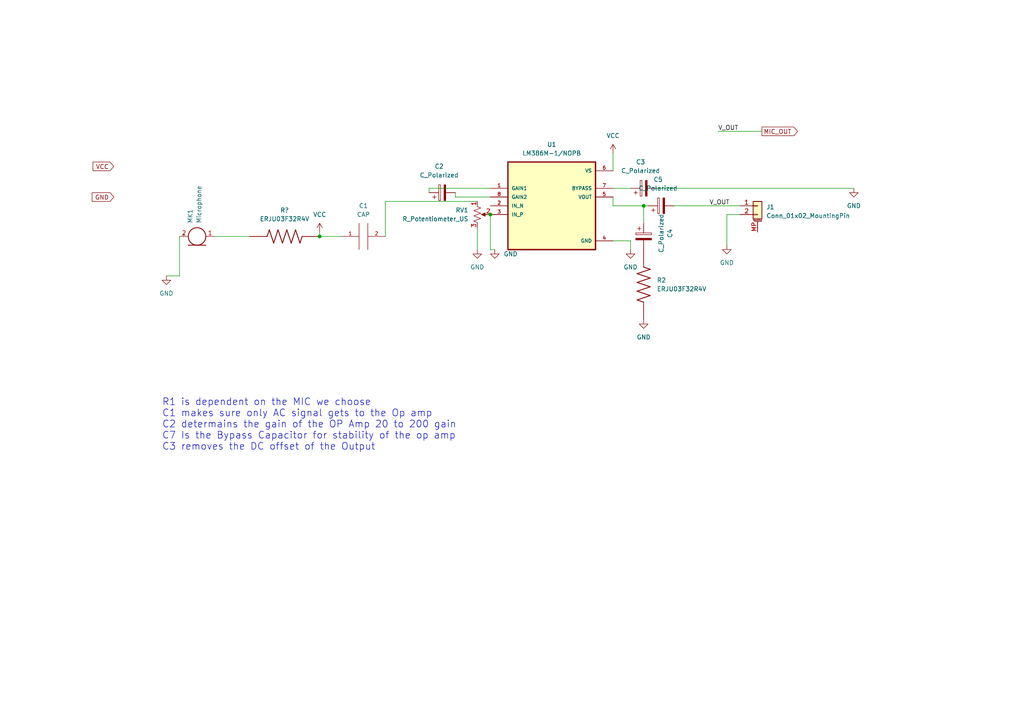
<source format=kicad_sch>
(kicad_sch (version 20211123) (generator eeschema)

  (uuid 1977cbdb-44a2-4aec-8b02-5feda0793b7d)

  (paper "A4")

  (lib_symbols
    (symbol "Connector_Generic_MountingPin:Conn_01x02_MountingPin" (pin_names (offset 1.016) hide) (in_bom yes) (on_board yes)
      (property "Reference" "J" (id 0) (at 0 2.54 0)
        (effects (font (size 1.27 1.27)))
      )
      (property "Value" "Conn_01x02_MountingPin" (id 1) (at 1.27 -5.08 0)
        (effects (font (size 1.27 1.27)) (justify left))
      )
      (property "Footprint" "" (id 2) (at 0 0 0)
        (effects (font (size 1.27 1.27)) hide)
      )
      (property "Datasheet" "~" (id 3) (at 0 0 0)
        (effects (font (size 1.27 1.27)) hide)
      )
      (property "ki_keywords" "connector" (id 4) (at 0 0 0)
        (effects (font (size 1.27 1.27)) hide)
      )
      (property "ki_description" "Generic connectable mounting pin connector, single row, 01x02, script generated (kicad-library-utils/schlib/autogen/connector/)" (id 5) (at 0 0 0)
        (effects (font (size 1.27 1.27)) hide)
      )
      (property "ki_fp_filters" "Connector*:*_1x??-1MP*" (id 6) (at 0 0 0)
        (effects (font (size 1.27 1.27)) hide)
      )
      (symbol "Conn_01x02_MountingPin_1_1"
        (rectangle (start -1.27 -2.413) (end 0 -2.667)
          (stroke (width 0.1524) (type default) (color 0 0 0 0))
          (fill (type none))
        )
        (rectangle (start -1.27 0.127) (end 0 -0.127)
          (stroke (width 0.1524) (type default) (color 0 0 0 0))
          (fill (type none))
        )
        (rectangle (start -1.27 1.27) (end 1.27 -3.81)
          (stroke (width 0.254) (type default) (color 0 0 0 0))
          (fill (type background))
        )
        (polyline
          (pts
            (xy -1.016 -4.572)
            (xy 1.016 -4.572)
          )
          (stroke (width 0.1524) (type default) (color 0 0 0 0))
          (fill (type none))
        )
        (text "Mounting" (at 0 -4.191 0)
          (effects (font (size 0.381 0.381)))
        )
        (pin passive line (at -5.08 0 0) (length 3.81)
          (name "Pin_1" (effects (font (size 1.27 1.27))))
          (number "1" (effects (font (size 1.27 1.27))))
        )
        (pin passive line (at -5.08 -2.54 0) (length 3.81)
          (name "Pin_2" (effects (font (size 1.27 1.27))))
          (number "2" (effects (font (size 1.27 1.27))))
        )
        (pin passive line (at 0 -7.62 90) (length 3.048)
          (name "MountPin" (effects (font (size 1.27 1.27))))
          (number "MP" (effects (font (size 1.27 1.27))))
        )
      )
    )
    (symbol "Device:C_Polarized" (pin_numbers hide) (pin_names (offset 0.254)) (in_bom yes) (on_board yes)
      (property "Reference" "C" (id 0) (at 0.635 2.54 0)
        (effects (font (size 1.27 1.27)) (justify left))
      )
      (property "Value" "C_Polarized" (id 1) (at 0.635 -2.54 0)
        (effects (font (size 1.27 1.27)) (justify left))
      )
      (property "Footprint" "" (id 2) (at 0.9652 -3.81 0)
        (effects (font (size 1.27 1.27)) hide)
      )
      (property "Datasheet" "~" (id 3) (at 0 0 0)
        (effects (font (size 1.27 1.27)) hide)
      )
      (property "ki_keywords" "cap capacitor" (id 4) (at 0 0 0)
        (effects (font (size 1.27 1.27)) hide)
      )
      (property "ki_description" "Polarized capacitor" (id 5) (at 0 0 0)
        (effects (font (size 1.27 1.27)) hide)
      )
      (property "ki_fp_filters" "CP_*" (id 6) (at 0 0 0)
        (effects (font (size 1.27 1.27)) hide)
      )
      (symbol "C_Polarized_0_1"
        (rectangle (start -2.286 0.508) (end 2.286 1.016)
          (stroke (width 0) (type default) (color 0 0 0 0))
          (fill (type none))
        )
        (polyline
          (pts
            (xy -1.778 2.286)
            (xy -0.762 2.286)
          )
          (stroke (width 0) (type default) (color 0 0 0 0))
          (fill (type none))
        )
        (polyline
          (pts
            (xy -1.27 2.794)
            (xy -1.27 1.778)
          )
          (stroke (width 0) (type default) (color 0 0 0 0))
          (fill (type none))
        )
        (rectangle (start 2.286 -0.508) (end -2.286 -1.016)
          (stroke (width 0) (type default) (color 0 0 0 0))
          (fill (type outline))
        )
      )
      (symbol "C_Polarized_1_1"
        (pin passive line (at 0 3.81 270) (length 2.794)
          (name "~" (effects (font (size 1.27 1.27))))
          (number "1" (effects (font (size 1.27 1.27))))
        )
        (pin passive line (at 0 -3.81 90) (length 2.794)
          (name "~" (effects (font (size 1.27 1.27))))
          (number "2" (effects (font (size 1.27 1.27))))
        )
      )
    )
    (symbol "Device:Microphone" (pin_names (offset 0.0254) hide) (in_bom yes) (on_board yes)
      (property "Reference" "MK" (id 0) (at -3.81 1.27 0)
        (effects (font (size 1.27 1.27)) (justify right))
      )
      (property "Value" "Microphone" (id 1) (at -3.81 -0.635 0)
        (effects (font (size 1.27 1.27)) (justify right))
      )
      (property "Footprint" "" (id 2) (at 0 2.54 90)
        (effects (font (size 1.27 1.27)) hide)
      )
      (property "Datasheet" "~" (id 3) (at 0 2.54 90)
        (effects (font (size 1.27 1.27)) hide)
      )
      (property "ki_keywords" "microphone" (id 4) (at 0 0 0)
        (effects (font (size 1.27 1.27)) hide)
      )
      (property "ki_description" "Microphone" (id 5) (at 0 0 0)
        (effects (font (size 1.27 1.27)) hide)
      )
      (symbol "Microphone_0_1"
        (polyline
          (pts
            (xy -2.54 2.54)
            (xy -2.54 -2.54)
          )
          (stroke (width 0.254) (type default) (color 0 0 0 0))
          (fill (type none))
        )
        (polyline
          (pts
            (xy 0.254 3.81)
            (xy 0.762 3.81)
          )
          (stroke (width 0) (type default) (color 0 0 0 0))
          (fill (type none))
        )
        (polyline
          (pts
            (xy 0.508 4.064)
            (xy 0.508 3.556)
          )
          (stroke (width 0) (type default) (color 0 0 0 0))
          (fill (type none))
        )
        (circle (center 0 0) (radius 2.54)
          (stroke (width 0.254) (type default) (color 0 0 0 0))
          (fill (type none))
        )
      )
      (symbol "Microphone_1_1"
        (pin passive line (at 0 -5.08 90) (length 2.54)
          (name "-" (effects (font (size 1.27 1.27))))
          (number "1" (effects (font (size 1.27 1.27))))
        )
        (pin passive line (at 0 5.08 270) (length 2.54)
          (name "+" (effects (font (size 1.27 1.27))))
          (number "2" (effects (font (size 1.27 1.27))))
        )
      )
    )
    (symbol "Device:R_Potentiometer_US" (pin_names (offset 1.016) hide) (in_bom yes) (on_board yes)
      (property "Reference" "RV" (id 0) (at -4.445 0 90)
        (effects (font (size 1.27 1.27)))
      )
      (property "Value" "R_Potentiometer_US" (id 1) (at -2.54 0 90)
        (effects (font (size 1.27 1.27)))
      )
      (property "Footprint" "" (id 2) (at 0 0 0)
        (effects (font (size 1.27 1.27)) hide)
      )
      (property "Datasheet" "~" (id 3) (at 0 0 0)
        (effects (font (size 1.27 1.27)) hide)
      )
      (property "ki_keywords" "resistor variable" (id 4) (at 0 0 0)
        (effects (font (size 1.27 1.27)) hide)
      )
      (property "ki_description" "Potentiometer, US symbol" (id 5) (at 0 0 0)
        (effects (font (size 1.27 1.27)) hide)
      )
      (property "ki_fp_filters" "Potentiometer*" (id 6) (at 0 0 0)
        (effects (font (size 1.27 1.27)) hide)
      )
      (symbol "R_Potentiometer_US_0_1"
        (polyline
          (pts
            (xy 0 -2.286)
            (xy 0 -2.54)
          )
          (stroke (width 0) (type default) (color 0 0 0 0))
          (fill (type none))
        )
        (polyline
          (pts
            (xy 0 2.54)
            (xy 0 2.286)
          )
          (stroke (width 0) (type default) (color 0 0 0 0))
          (fill (type none))
        )
        (polyline
          (pts
            (xy 2.54 0)
            (xy 1.524 0)
          )
          (stroke (width 0) (type default) (color 0 0 0 0))
          (fill (type none))
        )
        (polyline
          (pts
            (xy 1.143 0)
            (xy 2.286 0.508)
            (xy 2.286 -0.508)
            (xy 1.143 0)
          )
          (stroke (width 0) (type default) (color 0 0 0 0))
          (fill (type outline))
        )
        (polyline
          (pts
            (xy 0 -0.762)
            (xy 1.016 -1.143)
            (xy 0 -1.524)
            (xy -1.016 -1.905)
            (xy 0 -2.286)
          )
          (stroke (width 0) (type default) (color 0 0 0 0))
          (fill (type none))
        )
        (polyline
          (pts
            (xy 0 0.762)
            (xy 1.016 0.381)
            (xy 0 0)
            (xy -1.016 -0.381)
            (xy 0 -0.762)
          )
          (stroke (width 0) (type default) (color 0 0 0 0))
          (fill (type none))
        )
        (polyline
          (pts
            (xy 0 2.286)
            (xy 1.016 1.905)
            (xy 0 1.524)
            (xy -1.016 1.143)
            (xy 0 0.762)
          )
          (stroke (width 0) (type default) (color 0 0 0 0))
          (fill (type none))
        )
      )
      (symbol "R_Potentiometer_US_1_1"
        (pin passive line (at 0 3.81 270) (length 1.27)
          (name "1" (effects (font (size 1.27 1.27))))
          (number "1" (effects (font (size 1.27 1.27))))
        )
        (pin passive line (at 3.81 0 180) (length 1.27)
          (name "2" (effects (font (size 1.27 1.27))))
          (number "2" (effects (font (size 1.27 1.27))))
        )
        (pin passive line (at 0 -3.81 90) (length 1.27)
          (name "3" (effects (font (size 1.27 1.27))))
          (number "3" (effects (font (size 1.27 1.27))))
        )
      )
    )
    (symbol "ERJU03F32R4V:ERJU03F32R4V" (pin_numbers hide) (pin_names (offset 1.016) hide) (in_bom yes) (on_board yes)
      (property "Reference" "R" (id 0) (at -7.62 2.54 0)
        (effects (font (size 1.27 1.27)) (justify left bottom))
      )
      (property "Value" "ERJU03F32R4V" (id 1) (at -7.62 -5.08 0)
        (effects (font (size 1.27 1.27)) (justify left bottom))
      )
      (property "Footprint" "RES_ERJU03F32R4V" (id 2) (at 0 0 0)
        (effects (font (size 1.27 1.27)) (justify left bottom) hide)
      )
      (property "Datasheet" "" (id 3) (at 0 0 0)
        (effects (font (size 1.27 1.27)) (justify left bottom) hide)
      )
      (property "STANDARD" "Manufacturer Recommendations" (id 4) (at 0 0 0)
        (effects (font (size 1.27 1.27)) (justify left bottom) hide)
      )
      (property "PARTREV" "3/1/2020" (id 5) (at 0 0 0)
        (effects (font (size 1.27 1.27)) (justify left bottom) hide)
      )
      (property "MANUFACTURER" "Panasonic" (id 6) (at 0 0 0)
        (effects (font (size 1.27 1.27)) (justify left bottom) hide)
      )
      (property "MAXIMUM_PACKAGE_HEIGHT" "0.45 mm" (id 7) (at 0 0 0)
        (effects (font (size 1.27 1.27)) (justify left bottom) hide)
      )
      (property "ki_locked" "" (id 8) (at 0 0 0)
        (effects (font (size 1.27 1.27)))
      )
      (symbol "ERJU03F32R4V_0_0"
        (polyline
          (pts
            (xy -5.08 0)
            (xy -4.445 1.905)
          )
          (stroke (width 0.254) (type default) (color 0 0 0 0))
          (fill (type none))
        )
        (polyline
          (pts
            (xy -4.445 1.905)
            (xy -3.175 -1.905)
          )
          (stroke (width 0.254) (type default) (color 0 0 0 0))
          (fill (type none))
        )
        (polyline
          (pts
            (xy -3.175 -1.905)
            (xy -1.905 1.905)
          )
          (stroke (width 0.254) (type default) (color 0 0 0 0))
          (fill (type none))
        )
        (polyline
          (pts
            (xy -1.905 1.905)
            (xy -0.635 -1.905)
          )
          (stroke (width 0.254) (type default) (color 0 0 0 0))
          (fill (type none))
        )
        (polyline
          (pts
            (xy -0.635 -1.905)
            (xy 0.635 1.905)
          )
          (stroke (width 0.254) (type default) (color 0 0 0 0))
          (fill (type none))
        )
        (polyline
          (pts
            (xy 0.635 1.905)
            (xy 1.905 -1.905)
          )
          (stroke (width 0.254) (type default) (color 0 0 0 0))
          (fill (type none))
        )
        (polyline
          (pts
            (xy 1.905 -1.905)
            (xy 3.175 1.905)
          )
          (stroke (width 0.254) (type default) (color 0 0 0 0))
          (fill (type none))
        )
        (polyline
          (pts
            (xy 3.175 1.905)
            (xy 4.445 -1.905)
          )
          (stroke (width 0.254) (type default) (color 0 0 0 0))
          (fill (type none))
        )
        (polyline
          (pts
            (xy 4.445 -1.905)
            (xy 5.08 0)
          )
          (stroke (width 0.254) (type default) (color 0 0 0 0))
          (fill (type none))
        )
        (pin passive line (at -10.16 0 0) (length 5.08)
          (name "~" (effects (font (size 1.016 1.016))))
          (number "1" (effects (font (size 1.016 1.016))))
        )
        (pin passive line (at 10.16 0 180) (length 5.08)
          (name "~" (effects (font (size 1.016 1.016))))
          (number "2" (effects (font (size 1.016 1.016))))
        )
      )
    )
    (symbol "LM386M-1_NOPB:LM386M-1{slash}NOPB" (pin_names (offset 1.016)) (in_bom yes) (on_board yes)
      (property "Reference" "U" (id 0) (at -12.7 13.6906 0)
        (effects (font (size 1.27 1.27)) (justify left bottom))
      )
      (property "Value" "LM386M-1{slash}NOPB" (id 1) (at -12.7 -16.6878 0)
        (effects (font (size 1.27 1.27)) (justify left bottom))
      )
      (property "Footprint" "SOIC127P599X175-8N" (id 2) (at 0 0 0)
        (effects (font (size 1.27 1.27)) (justify left bottom) hide)
      )
      (property "Datasheet" "" (id 3) (at 0 0 0)
        (effects (font (size 1.27 1.27)) (justify left bottom) hide)
      )
      (property "ki_locked" "" (id 4) (at 0 0 0)
        (effects (font (size 1.27 1.27)))
      )
      (symbol "LM386M-1{slash}NOPB_0_0"
        (rectangle (start -12.7 -12.7) (end 12.7 12.7)
          (stroke (width 0.4064) (type default) (color 0 0 0 0))
          (fill (type background))
        )
        (pin input line (at -17.78 5.08 0) (length 5.08)
          (name "GAIN1" (effects (font (size 1.016 1.016))))
          (number "1" (effects (font (size 1.016 1.016))))
        )
        (pin input line (at -17.78 0 0) (length 5.08)
          (name "IN_N" (effects (font (size 1.016 1.016))))
          (number "2" (effects (font (size 1.016 1.016))))
        )
        (pin input line (at -17.78 -2.54 0) (length 5.08)
          (name "IN_P" (effects (font (size 1.016 1.016))))
          (number "3" (effects (font (size 1.016 1.016))))
        )
        (pin power_in line (at 17.78 -10.16 180) (length 5.08)
          (name "GND" (effects (font (size 1.016 1.016))))
          (number "4" (effects (font (size 1.016 1.016))))
        )
        (pin output line (at 17.78 2.54 180) (length 5.08)
          (name "VOUT" (effects (font (size 1.016 1.016))))
          (number "5" (effects (font (size 1.016 1.016))))
        )
        (pin power_in line (at 17.78 10.16 180) (length 5.08)
          (name "VS" (effects (font (size 1.016 1.016))))
          (number "6" (effects (font (size 1.016 1.016))))
        )
        (pin output line (at 17.78 5.08 180) (length 5.08)
          (name "BYPASS" (effects (font (size 1.016 1.016))))
          (number "7" (effects (font (size 1.016 1.016))))
        )
        (pin input line (at -17.78 2.54 0) (length 5.08)
          (name "GAIN2" (effects (font (size 1.016 1.016))))
          (number "8" (effects (font (size 1.016 1.016))))
        )
      )
    )
    (symbol "power:GND" (power) (pin_names (offset 0)) (in_bom yes) (on_board yes)
      (property "Reference" "#PWR" (id 0) (at 0 -6.35 0)
        (effects (font (size 1.27 1.27)) hide)
      )
      (property "Value" "GND" (id 1) (at 0 -3.81 0)
        (effects (font (size 1.27 1.27)))
      )
      (property "Footprint" "" (id 2) (at 0 0 0)
        (effects (font (size 1.27 1.27)) hide)
      )
      (property "Datasheet" "" (id 3) (at 0 0 0)
        (effects (font (size 1.27 1.27)) hide)
      )
      (property "ki_keywords" "power-flag" (id 4) (at 0 0 0)
        (effects (font (size 1.27 1.27)) hide)
      )
      (property "ki_description" "Power symbol creates a global label with name \"GND\" , ground" (id 5) (at 0 0 0)
        (effects (font (size 1.27 1.27)) hide)
      )
      (symbol "GND_0_1"
        (polyline
          (pts
            (xy 0 0)
            (xy 0 -1.27)
            (xy 1.27 -1.27)
            (xy 0 -2.54)
            (xy -1.27 -1.27)
            (xy 0 -1.27)
          )
          (stroke (width 0) (type default) (color 0 0 0 0))
          (fill (type none))
        )
      )
      (symbol "GND_1_1"
        (pin power_in line (at 0 0 270) (length 0) hide
          (name "GND" (effects (font (size 1.27 1.27))))
          (number "1" (effects (font (size 1.27 1.27))))
        )
      )
    )
    (symbol "power:VCC" (power) (pin_names (offset 0)) (in_bom yes) (on_board yes)
      (property "Reference" "#PWR" (id 0) (at 0 -3.81 0)
        (effects (font (size 1.27 1.27)) hide)
      )
      (property "Value" "VCC" (id 1) (at 0 3.81 0)
        (effects (font (size 1.27 1.27)))
      )
      (property "Footprint" "" (id 2) (at 0 0 0)
        (effects (font (size 1.27 1.27)) hide)
      )
      (property "Datasheet" "" (id 3) (at 0 0 0)
        (effects (font (size 1.27 1.27)) hide)
      )
      (property "ki_keywords" "power-flag" (id 4) (at 0 0 0)
        (effects (font (size 1.27 1.27)) hide)
      )
      (property "ki_description" "Power symbol creates a global label with name \"VCC\"" (id 5) (at 0 0 0)
        (effects (font (size 1.27 1.27)) hide)
      )
      (symbol "VCC_0_1"
        (polyline
          (pts
            (xy -0.762 1.27)
            (xy 0 2.54)
          )
          (stroke (width 0) (type default) (color 0 0 0 0))
          (fill (type none))
        )
        (polyline
          (pts
            (xy 0 0)
            (xy 0 2.54)
          )
          (stroke (width 0) (type default) (color 0 0 0 0))
          (fill (type none))
        )
        (polyline
          (pts
            (xy 0 2.54)
            (xy 0.762 1.27)
          )
          (stroke (width 0) (type default) (color 0 0 0 0))
          (fill (type none))
        )
      )
      (symbol "VCC_1_1"
        (pin power_in line (at 0 0 90) (length 0) hide
          (name "VCC" (effects (font (size 1.27 1.27))))
          (number "1" (effects (font (size 1.27 1.27))))
        )
      )
    )
    (symbol "pspice:CAP" (pin_names (offset 0.254)) (in_bom yes) (on_board yes)
      (property "Reference" "C" (id 0) (at 2.54 3.81 90)
        (effects (font (size 1.27 1.27)))
      )
      (property "Value" "CAP" (id 1) (at 2.54 -3.81 90)
        (effects (font (size 1.27 1.27)))
      )
      (property "Footprint" "" (id 2) (at 0 0 0)
        (effects (font (size 1.27 1.27)) hide)
      )
      (property "Datasheet" "~" (id 3) (at 0 0 0)
        (effects (font (size 1.27 1.27)) hide)
      )
      (property "ki_keywords" "simulation" (id 4) (at 0 0 0)
        (effects (font (size 1.27 1.27)) hide)
      )
      (property "ki_description" "Capacitor symbol for simulation only" (id 5) (at 0 0 0)
        (effects (font (size 1.27 1.27)) hide)
      )
      (symbol "CAP_0_1"
        (polyline
          (pts
            (xy -3.81 -1.27)
            (xy 3.81 -1.27)
          )
          (stroke (width 0) (type default) (color 0 0 0 0))
          (fill (type none))
        )
        (polyline
          (pts
            (xy -3.81 1.27)
            (xy 3.81 1.27)
          )
          (stroke (width 0) (type default) (color 0 0 0 0))
          (fill (type none))
        )
      )
      (symbol "CAP_1_1"
        (pin passive line (at 0 6.35 270) (length 5.08)
          (name "~" (effects (font (size 1.016 1.016))))
          (number "1" (effects (font (size 1.016 1.016))))
        )
        (pin passive line (at 0 -6.35 90) (length 5.08)
          (name "~" (effects (font (size 1.016 1.016))))
          (number "2" (effects (font (size 1.016 1.016))))
        )
      )
    )
  )

  (junction (at 142.24 62.23) (diameter 0) (color 0 0 0 0)
    (uuid bb5afea9-4259-4c24-9136-f8f57400bd3f)
  )
  (junction (at 92.71 68.58) (diameter 0) (color 0 0 0 0)
    (uuid e457931e-2bb8-42fc-a1b5-dcd0cbe227ea)
  )
  (junction (at 186.69 59.69) (diameter 0) (color 0 0 0 0)
    (uuid f79f666a-ab58-4acc-bc42-255a8cfdc324)
  )

  (wire (pts (xy 142.24 72.39) (xy 143.51 72.39))
    (stroke (width 0) (type default) (color 0 0 0 0))
    (uuid 1a6ad89b-b5e2-47a7-951b-cb338a9c158a)
  )
  (wire (pts (xy 124.46 55.88) (xy 124.46 54.61))
    (stroke (width 0) (type default) (color 0 0 0 0))
    (uuid 1b2509d1-0fa8-47c4-9f2f-8b9ffd85d63f)
  )
  (wire (pts (xy 195.58 59.69) (xy 214.63 59.69))
    (stroke (width 0) (type default) (color 0 0 0 0))
    (uuid 1d8f68ac-cd3a-4237-899e-33f2304c14bc)
  )
  (wire (pts (xy 132.08 57.15) (xy 132.08 55.88))
    (stroke (width 0) (type default) (color 0 0 0 0))
    (uuid 1fcc94e5-6f74-44dc-9d2d-08cd3a1ba733)
  )
  (wire (pts (xy 142.24 62.23) (xy 142.24 72.39))
    (stroke (width 0) (type default) (color 0 0 0 0))
    (uuid 2dce4a95-5194-4df7-90ef-92c0d53c4572)
  )
  (wire (pts (xy 111.76 68.58) (xy 111.76 58.42))
    (stroke (width 0) (type default) (color 0 0 0 0))
    (uuid 35f3653b-8add-4009-9097-8d432de7dc33)
  )
  (wire (pts (xy 52.07 80.01) (xy 48.26 80.01))
    (stroke (width 0) (type default) (color 0 0 0 0))
    (uuid 438c1a57-8f05-49a6-b8e4-a70525576330)
  )
  (wire (pts (xy 177.8 54.61) (xy 182.88 54.61))
    (stroke (width 0) (type default) (color 0 0 0 0))
    (uuid 4488e4e4-ba70-4b4f-8cea-2f3fb2677dff)
  )
  (wire (pts (xy 111.76 58.42) (xy 138.43 58.42))
    (stroke (width 0) (type default) (color 0 0 0 0))
    (uuid 4fa6a36c-a28c-4c65-9737-1a37cfed67e0)
  )
  (wire (pts (xy 208.28 38.1) (xy 220.98 38.1))
    (stroke (width 0) (type default) (color 0 0 0 0))
    (uuid 4fed3b43-4fe1-4608-a4bd-729dad757700)
  )
  (wire (pts (xy 92.71 68.58) (xy 99.06 68.58))
    (stroke (width 0) (type default) (color 0 0 0 0))
    (uuid 50aa0dc4-43dc-4660-817d-dc1d9820a89e)
  )
  (wire (pts (xy 62.23 68.58) (xy 72.39 68.58))
    (stroke (width 0) (type default) (color 0 0 0 0))
    (uuid 537dac67-97ab-4d2d-a61d-637f6140db57)
  )
  (wire (pts (xy 177.8 44.45) (xy 177.8 49.53))
    (stroke (width 0) (type default) (color 0 0 0 0))
    (uuid 5a480614-437a-419a-90c7-b2cf6423be10)
  )
  (wire (pts (xy 177.8 59.69) (xy 186.69 59.69))
    (stroke (width 0) (type default) (color 0 0 0 0))
    (uuid 617a12f1-8d6d-4676-bbcd-c78b4b402280)
  )
  (wire (pts (xy 52.07 68.58) (xy 52.07 80.01))
    (stroke (width 0) (type default) (color 0 0 0 0))
    (uuid 6931f268-4fd6-440d-bead-d43b3706f3d6)
  )
  (wire (pts (xy 210.82 62.23) (xy 210.82 71.12))
    (stroke (width 0) (type default) (color 0 0 0 0))
    (uuid 857e172a-466d-4bdd-b1a7-300e9eb45747)
  )
  (wire (pts (xy 182.88 69.85) (xy 182.88 72.39))
    (stroke (width 0) (type default) (color 0 0 0 0))
    (uuid 9cf5f2b6-c560-4584-8cbc-f3253da1b908)
  )
  (wire (pts (xy 138.43 66.04) (xy 138.43 72.39))
    (stroke (width 0) (type default) (color 0 0 0 0))
    (uuid a5c6259e-24b3-4dbe-9696-f6693504cc91)
  )
  (wire (pts (xy 177.8 57.15) (xy 177.8 59.69))
    (stroke (width 0) (type default) (color 0 0 0 0))
    (uuid ac4351b9-7dd6-4602-8277-ebf238756758)
  )
  (wire (pts (xy 92.71 67.31) (xy 92.71 68.58))
    (stroke (width 0) (type default) (color 0 0 0 0))
    (uuid b32cd7bf-2f9f-4bf4-b473-0b489b4dd04d)
  )
  (wire (pts (xy 142.24 57.15) (xy 132.08 57.15))
    (stroke (width 0) (type default) (color 0 0 0 0))
    (uuid d1bfcdef-f740-4718-b1fb-cd1077453ff6)
  )
  (wire (pts (xy 186.69 59.69) (xy 186.69 64.77))
    (stroke (width 0) (type default) (color 0 0 0 0))
    (uuid d2ca4c1d-6f2f-4f04-9774-e4d5140459c9)
  )
  (wire (pts (xy 124.46 54.61) (xy 142.24 54.61))
    (stroke (width 0) (type default) (color 0 0 0 0))
    (uuid d57e44c0-1dfb-4520-85ff-52f3e7199b8a)
  )
  (wire (pts (xy 186.69 59.69) (xy 187.96 59.69))
    (stroke (width 0) (type default) (color 0 0 0 0))
    (uuid dc5d97ce-9523-4efd-b559-9fd19755a3c5)
  )
  (wire (pts (xy 177.8 69.85) (xy 182.88 69.85))
    (stroke (width 0) (type default) (color 0 0 0 0))
    (uuid eacf6af5-c186-4555-bcd5-646fe7c0155a)
  )
  (wire (pts (xy 190.5 54.61) (xy 247.65 54.61))
    (stroke (width 0) (type default) (color 0 0 0 0))
    (uuid f6b4f4f9-d14a-4161-915e-c62ad2d7a73a)
  )
  (wire (pts (xy 214.63 62.23) (xy 210.82 62.23))
    (stroke (width 0) (type default) (color 0 0 0 0))
    (uuid fe494b4f-9370-4eda-941f-76d54a717e75)
  )

  (text "R1 is dependent on the MIC we choose\nC1 makes sure only AC signal gets to the Op amp\nC2 determains the gain of the OP Amp 20 to 200 gain\nC7 Is the Bypass Capacitor for stability of the op amp\nC3 removes the DC offset of the Output"
    (at 46.99 130.81 0)
    (effects (font (size 2.0066 2.0066)) (justify left bottom))
    (uuid db94c953-9c18-4871-8035-6c48d9a73c18)
  )

  (label "V_OUT" (at 208.28 38.1 0)
    (effects (font (size 1.27 1.27)) (justify left bottom))
    (uuid 6d8b9680-2e25-4c91-a018-c9d0a97320a9)
  )
  (label "V_OUT" (at 205.74 59.69 0)
    (effects (font (size 1.27 1.27)) (justify left bottom))
    (uuid cbbbb934-e825-4668-906e-6619827b23ff)
  )

  (global_label "VCC" (shape input) (at 33.02 48.26 180) (fields_autoplaced)
    (effects (font (size 1.27 1.27)) (justify right))
    (uuid 637dbaaf-a141-4501-9daf-b2764fc7433e)
    (property "Intersheet References" "${INTERSHEET_REFS}" (id 0) (at 26.9783 48.1806 0)
      (effects (font (size 1.27 1.27)) (justify right) hide)
    )
  )
  (global_label "MIC_OUT" (shape output) (at 220.98 38.1 0) (fields_autoplaced)
    (effects (font (size 1.27 1.27)) (justify left))
    (uuid c84d9f59-bdee-4fdb-934c-0a97fe91379b)
    (property "Intersheet References" "${INTERSHEET_REFS}" (id 0) (at 231.3155 38.0206 0)
      (effects (font (size 1.27 1.27)) (justify left) hide)
    )
  )
  (global_label "GND" (shape input) (at 33.02 57.15 180) (fields_autoplaced)
    (effects (font (size 1.27 1.27)) (justify right))
    (uuid d42eb1ee-c779-47c8-a701-27564687350b)
    (property "Intersheet References" "${INTERSHEET_REFS}" (id 0) (at 26.7364 57.0706 0)
      (effects (font (size 1.27 1.27)) (justify right) hide)
    )
  )

  (symbol (lib_id "Device:R_Potentiometer_US") (at 138.43 62.23 0) (unit 1)
    (in_bom yes) (on_board yes)
    (uuid 17760ac4-d56a-4082-8141-c9016db46197)
    (property "Reference" "RV1" (id 0) (at 135.89 60.9599 0)
      (effects (font (size 1.27 1.27)) (justify right))
    )
    (property "Value" "R_Potentiometer_US" (id 1) (at 135.89 63.4999 0)
      (effects (font (size 1.27 1.27)) (justify right))
    )
    (property "Footprint" "" (id 2) (at 138.43 62.23 0)
      (effects (font (size 1.27 1.27)) hide)
    )
    (property "Datasheet" "~" (id 3) (at 138.43 62.23 0)
      (effects (font (size 1.27 1.27)) hide)
    )
    (pin "1" (uuid 2de11f6c-ecf8-448e-b83e-ec9a3d66c366))
    (pin "2" (uuid 30ab4abb-b613-438f-b5b3-80e91f86992e))
    (pin "3" (uuid 767b914c-e20b-4630-8300-3760cabeddec))
  )

  (symbol (lib_id "LM386M-1_NOPB:LM386M-1{slash}NOPB") (at 160.02 59.69 0) (unit 1)
    (in_bom yes) (on_board yes) (fields_autoplaced)
    (uuid 2c020d2f-ecd1-421d-a257-029353dfafbf)
    (property "Reference" "U1" (id 0) (at 160.02 41.91 0))
    (property "Value" "LM386M-1/NOPB" (id 1) (at 160.02 44.45 0))
    (property "Footprint" "SOIC127P599X175-8N" (id 2) (at 160.02 59.69 0)
      (effects (font (size 1.27 1.27)) (justify left bottom) hide)
    )
    (property "Datasheet" "" (id 3) (at 160.02 59.69 0)
      (effects (font (size 1.27 1.27)) (justify left bottom) hide)
    )
    (pin "1" (uuid 9eeb2365-0652-4347-b94d-63fcbc8ded18))
    (pin "2" (uuid e607b978-2cd6-45bb-b2db-43919d3cd8a1))
    (pin "3" (uuid 1e5e7289-4e44-47cd-92bb-2ae8434380ca))
    (pin "4" (uuid 279e764a-2c1d-4489-a9b8-80e3ef30f562))
    (pin "5" (uuid daddfc5a-e97e-44ef-a65b-e42ff4a72dcb))
    (pin "6" (uuid 8bb78ee4-ce6c-4f6c-a15a-56f3d7c7b6d6))
    (pin "7" (uuid f1e7dbf0-7ce0-44aa-91e3-649280ff83fd))
    (pin "8" (uuid 73c61af6-2248-45fb-b632-eb9ed0b4442e))
  )

  (symbol (lib_id "power:GND") (at 186.69 92.71 0) (unit 1)
    (in_bom yes) (on_board yes) (fields_autoplaced)
    (uuid 2f3c53a6-0927-4045-9723-153c22add508)
    (property "Reference" "#PWR07" (id 0) (at 186.69 99.06 0)
      (effects (font (size 1.27 1.27)) hide)
    )
    (property "Value" "GND" (id 1) (at 186.69 97.79 0))
    (property "Footprint" "" (id 2) (at 186.69 92.71 0)
      (effects (font (size 1.27 1.27)) hide)
    )
    (property "Datasheet" "" (id 3) (at 186.69 92.71 0)
      (effects (font (size 1.27 1.27)) hide)
    )
    (pin "1" (uuid 53a672af-8f03-4952-b03c-3142d0ba3739))
  )

  (symbol (lib_id "power:GND") (at 182.88 72.39 0) (unit 1)
    (in_bom yes) (on_board yes) (fields_autoplaced)
    (uuid 3c179b6a-afb2-4c1b-8b31-4a0cd1f7aa00)
    (property "Reference" "#PWR06" (id 0) (at 182.88 78.74 0)
      (effects (font (size 1.27 1.27)) hide)
    )
    (property "Value" "GND" (id 1) (at 182.88 77.47 0))
    (property "Footprint" "" (id 2) (at 182.88 72.39 0)
      (effects (font (size 1.27 1.27)) hide)
    )
    (property "Datasheet" "" (id 3) (at 182.88 72.39 0)
      (effects (font (size 1.27 1.27)) hide)
    )
    (pin "1" (uuid 0ff93c64-334e-4b25-b4e4-e4c42ef6ad25))
  )

  (symbol (lib_id "power:GND") (at 48.26 80.01 0) (unit 1)
    (in_bom yes) (on_board yes) (fields_autoplaced)
    (uuid 619d4bd1-dc7e-46b3-846f-bdb0f9c23532)
    (property "Reference" "#PWR01" (id 0) (at 48.26 86.36 0)
      (effects (font (size 1.27 1.27)) hide)
    )
    (property "Value" "GND" (id 1) (at 48.26 85.09 0))
    (property "Footprint" "" (id 2) (at 48.26 80.01 0)
      (effects (font (size 1.27 1.27)) hide)
    )
    (property "Datasheet" "" (id 3) (at 48.26 80.01 0)
      (effects (font (size 1.27 1.27)) hide)
    )
    (pin "1" (uuid 0bf7cff1-0661-4679-845e-06b9d022b06c))
  )

  (symbol (lib_id "power:GND") (at 143.51 72.39 0) (unit 1)
    (in_bom yes) (on_board yes) (fields_autoplaced)
    (uuid 6bc501b1-0442-4436-a25c-afd58a8e664c)
    (property "Reference" "#PWR04" (id 0) (at 143.51 78.74 0)
      (effects (font (size 1.27 1.27)) hide)
    )
    (property "Value" "GND" (id 1) (at 146.05 73.6599 0)
      (effects (font (size 1.27 1.27)) (justify left))
    )
    (property "Footprint" "" (id 2) (at 143.51 72.39 0)
      (effects (font (size 1.27 1.27)) hide)
    )
    (property "Datasheet" "" (id 3) (at 143.51 72.39 0)
      (effects (font (size 1.27 1.27)) hide)
    )
    (pin "1" (uuid 358668d0-618c-49e3-9770-53d5b625663f))
  )

  (symbol (lib_id "Device:C_Polarized") (at 186.69 54.61 90) (unit 1)
    (in_bom yes) (on_board yes) (fields_autoplaced)
    (uuid 6bde78d9-dad2-4039-a047-df962fa10705)
    (property "Reference" "C3" (id 0) (at 185.801 46.99 90))
    (property "Value" "C_Polarized" (id 1) (at 185.801 49.53 90))
    (property "Footprint" "" (id 2) (at 190.5 53.6448 0)
      (effects (font (size 1.27 1.27)) hide)
    )
    (property "Datasheet" "~" (id 3) (at 186.69 54.61 0)
      (effects (font (size 1.27 1.27)) hide)
    )
    (pin "1" (uuid edde484d-c71e-4724-9971-115185a2b7d6))
    (pin "2" (uuid 6ac313e9-2d68-4bc1-8f43-fae15d9ebe5d))
  )

  (symbol (lib_id "power:GND") (at 210.82 71.12 0) (unit 1)
    (in_bom yes) (on_board yes) (fields_autoplaced)
    (uuid 79b85692-9a05-4c4c-b724-355f09d736d9)
    (property "Reference" "#PWR08" (id 0) (at 210.82 77.47 0)
      (effects (font (size 1.27 1.27)) hide)
    )
    (property "Value" "GND" (id 1) (at 210.82 76.2 0))
    (property "Footprint" "" (id 2) (at 210.82 71.12 0)
      (effects (font (size 1.27 1.27)) hide)
    )
    (property "Datasheet" "" (id 3) (at 210.82 71.12 0)
      (effects (font (size 1.27 1.27)) hide)
    )
    (pin "1" (uuid ff52322c-63c9-4eb9-bb24-ceeaea23a2e8))
  )

  (symbol (lib_id "Device:C_Polarized") (at 186.69 68.58 0) (unit 1)
    (in_bom yes) (on_board yes) (fields_autoplaced)
    (uuid 8b78c66d-264e-4b93-8485-641b0db88ebc)
    (property "Reference" "C4" (id 0) (at 194.31 67.691 90))
    (property "Value" "C_Polarized" (id 1) (at 191.77 67.691 90))
    (property "Footprint" "" (id 2) (at 187.6552 72.39 0)
      (effects (font (size 1.27 1.27)) hide)
    )
    (property "Datasheet" "~" (id 3) (at 186.69 68.58 0)
      (effects (font (size 1.27 1.27)) hide)
    )
    (pin "1" (uuid e07f5191-1496-4b77-9fe5-4eb4b4679fa3))
    (pin "2" (uuid bf8ce9cc-b8d9-42d4-8060-cccace95fc35))
  )

  (symbol (lib_id "Device:C_Polarized") (at 191.77 59.69 90) (unit 1)
    (in_bom yes) (on_board yes) (fields_autoplaced)
    (uuid a26aa106-027a-42d1-8334-6e7f8c692367)
    (property "Reference" "C5" (id 0) (at 190.881 52.07 90))
    (property "Value" "C_Polarized" (id 1) (at 190.881 54.61 90))
    (property "Footprint" "" (id 2) (at 195.58 58.7248 0)
      (effects (font (size 1.27 1.27)) hide)
    )
    (property "Datasheet" "~" (id 3) (at 191.77 59.69 0)
      (effects (font (size 1.27 1.27)) hide)
    )
    (pin "1" (uuid f1433287-acc6-4891-9fa8-b0c15980c5bb))
    (pin "2" (uuid eabed6cf-3587-4e9e-a4d6-6cad881d26e7))
  )

  (symbol (lib_id "power:VCC") (at 92.71 67.31 0) (unit 1)
    (in_bom yes) (on_board yes) (fields_autoplaced)
    (uuid a44fbc0a-05e7-4d1c-983b-e9672d85ca31)
    (property "Reference" "#PWR02" (id 0) (at 92.71 71.12 0)
      (effects (font (size 1.27 1.27)) hide)
    )
    (property "Value" "VCC" (id 1) (at 92.71 62.23 0))
    (property "Footprint" "" (id 2) (at 92.71 67.31 0)
      (effects (font (size 1.27 1.27)) hide)
    )
    (property "Datasheet" "" (id 3) (at 92.71 67.31 0)
      (effects (font (size 1.27 1.27)) hide)
    )
    (pin "1" (uuid 40fc2aee-f030-45f0-8aec-f4d56409401f))
  )

  (symbol (lib_id "power:GND") (at 247.65 54.61 0) (unit 1)
    (in_bom yes) (on_board yes) (fields_autoplaced)
    (uuid ac515cf5-83b5-439a-987a-8ab2870469b3)
    (property "Reference" "#PWR09" (id 0) (at 247.65 60.96 0)
      (effects (font (size 1.27 1.27)) hide)
    )
    (property "Value" "GND" (id 1) (at 247.65 59.69 0))
    (property "Footprint" "" (id 2) (at 247.65 54.61 0)
      (effects (font (size 1.27 1.27)) hide)
    )
    (property "Datasheet" "" (id 3) (at 247.65 54.61 0)
      (effects (font (size 1.27 1.27)) hide)
    )
    (pin "1" (uuid 3894c0e1-b69e-4918-8d44-e5c9c7d0d78e))
  )

  (symbol (lib_id "Device:C_Polarized") (at 128.27 55.88 90) (unit 1)
    (in_bom yes) (on_board yes) (fields_autoplaced)
    (uuid af910a44-53d9-459f-a89a-7bfdaf0a9cbb)
    (property "Reference" "C2" (id 0) (at 127.381 48.26 90))
    (property "Value" "C_Polarized" (id 1) (at 127.381 50.8 90))
    (property "Footprint" "" (id 2) (at 132.08 54.9148 0)
      (effects (font (size 1.27 1.27)) hide)
    )
    (property "Datasheet" "~" (id 3) (at 128.27 55.88 0)
      (effects (font (size 1.27 1.27)) hide)
    )
    (pin "1" (uuid 635005f7-7556-473b-894f-63a3df3704d8))
    (pin "2" (uuid 0714b39b-8d66-4ab8-b6ca-5e1dfed94f68))
  )

  (symbol (lib_id "power:GND") (at 138.43 72.39 0) (unit 1)
    (in_bom yes) (on_board yes) (fields_autoplaced)
    (uuid b3415084-1b89-46ac-a15f-d1dcb9f76fae)
    (property "Reference" "#PWR03" (id 0) (at 138.43 78.74 0)
      (effects (font (size 1.27 1.27)) hide)
    )
    (property "Value" "GND" (id 1) (at 138.43 77.47 0))
    (property "Footprint" "" (id 2) (at 138.43 72.39 0)
      (effects (font (size 1.27 1.27)) hide)
    )
    (property "Datasheet" "" (id 3) (at 138.43 72.39 0)
      (effects (font (size 1.27 1.27)) hide)
    )
    (pin "1" (uuid fae8817b-0ed5-4d7c-86c3-b0a7a27deb66))
  )

  (symbol (lib_id "ERJU03F32R4V:ERJU03F32R4V") (at 82.55 68.58 180) (unit 1)
    (in_bom yes) (on_board yes) (fields_autoplaced)
    (uuid cade9a96-cada-4e6a-8761-4f3e72517b37)
    (property "Reference" "R?" (id 0) (at 82.55 60.96 0))
    (property "Value" "ERJU03F32R4V" (id 1) (at 82.55 63.5 0))
    (property "Footprint" "RES_ERJU03F32R4V" (id 2) (at 82.55 68.58 0)
      (effects (font (size 1.27 1.27)) (justify left bottom) hide)
    )
    (property "Datasheet" "" (id 3) (at 82.55 68.58 0)
      (effects (font (size 1.27 1.27)) (justify left bottom) hide)
    )
    (property "STANDARD" "Manufacturer Recommendations" (id 4) (at 82.55 68.58 0)
      (effects (font (size 1.27 1.27)) (justify left bottom) hide)
    )
    (property "PARTREV" "3/1/2020" (id 5) (at 82.55 68.58 0)
      (effects (font (size 1.27 1.27)) (justify left bottom) hide)
    )
    (property "MANUFACTURER" "Panasonic" (id 6) (at 82.55 68.58 0)
      (effects (font (size 1.27 1.27)) (justify left bottom) hide)
    )
    (property "MAXIMUM_PACKAGE_HEIGHT" "0.45 mm" (id 7) (at 82.55 68.58 0)
      (effects (font (size 1.27 1.27)) (justify left bottom) hide)
    )
    (pin "1" (uuid 03faddb1-cfc5-4406-a712-575a96c4b2a4))
    (pin "2" (uuid c4fa348b-2d4f-4f3d-998d-a91a99adb2e1))
  )

  (symbol (lib_id "Device:Microphone") (at 57.15 68.58 90) (unit 1)
    (in_bom yes) (on_board yes) (fields_autoplaced)
    (uuid de457501-700a-48b5-b3ce-50126e637daf)
    (property "Reference" "MK1" (id 0) (at 55.1814 64.77 0)
      (effects (font (size 1.27 1.27)) (justify left))
    )
    (property "Value" "Microphone" (id 1) (at 57.7214 64.77 0)
      (effects (font (size 1.27 1.27)) (justify left))
    )
    (property "Footprint" "" (id 2) (at 54.61 68.58 90)
      (effects (font (size 1.27 1.27)) hide)
    )
    (property "Datasheet" "~" (id 3) (at 54.61 68.58 90)
      (effects (font (size 1.27 1.27)) hide)
    )
    (pin "1" (uuid 44cbe848-3723-4166-94e4-3252bc92371c))
    (pin "2" (uuid 67f405ee-e9a2-4fe6-a704-66582c54a5c2))
  )

  (symbol (lib_id "pspice:CAP") (at 105.41 68.58 90) (unit 1)
    (in_bom yes) (on_board yes) (fields_autoplaced)
    (uuid e0d83a28-6f33-42ad-a568-d11901646977)
    (property "Reference" "C1" (id 0) (at 105.41 59.69 90))
    (property "Value" "CAP" (id 1) (at 105.41 62.23 90))
    (property "Footprint" "" (id 2) (at 105.41 68.58 0)
      (effects (font (size 1.27 1.27)) hide)
    )
    (property "Datasheet" "~" (id 3) (at 105.41 68.58 0)
      (effects (font (size 1.27 1.27)) hide)
    )
    (pin "1" (uuid 1bd9a83e-1380-40a2-b24a-5c0a2118a726))
    (pin "2" (uuid 0c5f5d0f-a502-4463-9d1f-fbed92a08a24))
  )

  (symbol (lib_id "Connector_Generic_MountingPin:Conn_01x02_MountingPin") (at 219.71 59.69 0) (unit 1)
    (in_bom yes) (on_board yes) (fields_autoplaced)
    (uuid ec863dc6-1bea-4ddd-a91b-495eddf3917f)
    (property "Reference" "J1" (id 0) (at 222.25 60.0455 0)
      (effects (font (size 1.27 1.27)) (justify left))
    )
    (property "Value" "Conn_01x02_MountingPin" (id 1) (at 222.25 62.5855 0)
      (effects (font (size 1.27 1.27)) (justify left))
    )
    (property "Footprint" "" (id 2) (at 219.71 59.69 0)
      (effects (font (size 1.27 1.27)) hide)
    )
    (property "Datasheet" "~" (id 3) (at 219.71 59.69 0)
      (effects (font (size 1.27 1.27)) hide)
    )
    (pin "1" (uuid 4659efa7-a862-4adf-a739-2fc018baee87))
    (pin "2" (uuid 42d927c5-f79d-4aaf-aabf-f7b2790b3982))
    (pin "MP" (uuid 0af935b9-9dab-4f69-923d-b916ce5ac021))
  )

  (symbol (lib_id "ERJU03F32R4V:ERJU03F32R4V") (at 186.69 82.55 90) (unit 1)
    (in_bom yes) (on_board yes) (fields_autoplaced)
    (uuid ee512257-5988-49db-bb93-edeedd24bd73)
    (property "Reference" "R2" (id 0) (at 190.5 81.2799 90)
      (effects (font (size 1.27 1.27)) (justify right))
    )
    (property "Value" "ERJU03F32R4V" (id 1) (at 190.5 83.8199 90)
      (effects (font (size 1.27 1.27)) (justify right))
    )
    (property "Footprint" "RES_ERJU03F32R4V" (id 2) (at 186.69 82.55 0)
      (effects (font (size 1.27 1.27)) (justify left bottom) hide)
    )
    (property "Datasheet" "" (id 3) (at 186.69 82.55 0)
      (effects (font (size 1.27 1.27)) (justify left bottom) hide)
    )
    (property "STANDARD" "Manufacturer Recommendations" (id 4) (at 186.69 82.55 0)
      (effects (font (size 1.27 1.27)) (justify left bottom) hide)
    )
    (property "PARTREV" "3/1/2020" (id 5) (at 186.69 82.55 0)
      (effects (font (size 1.27 1.27)) (justify left bottom) hide)
    )
    (property "MANUFACTURER" "Panasonic" (id 6) (at 186.69 82.55 0)
      (effects (font (size 1.27 1.27)) (justify left bottom) hide)
    )
    (property "MAXIMUM_PACKAGE_HEIGHT" "0.45 mm" (id 7) (at 186.69 82.55 0)
      (effects (font (size 1.27 1.27)) (justify left bottom) hide)
    )
    (pin "1" (uuid 772d3901-b9bc-4281-a2d2-c83462f90b3e))
    (pin "2" (uuid 227566df-1c29-479b-8560-c60d11208f2b))
  )

  (symbol (lib_id "power:VCC") (at 177.8 44.45 0) (unit 1)
    (in_bom yes) (on_board yes) (fields_autoplaced)
    (uuid f806d5d8-71c2-4c9c-af48-a9e60a794448)
    (property "Reference" "#PWR05" (id 0) (at 177.8 48.26 0)
      (effects (font (size 1.27 1.27)) hide)
    )
    (property "Value" "VCC" (id 1) (at 177.8 39.37 0))
    (property "Footprint" "" (id 2) (at 177.8 44.45 0)
      (effects (font (size 1.27 1.27)) hide)
    )
    (property "Datasheet" "" (id 3) (at 177.8 44.45 0)
      (effects (font (size 1.27 1.27)) hide)
    )
    (pin "1" (uuid 495cec27-09a8-45de-abc2-0135a404fdc1))
  )

  (sheet_instances
    (path "/" (page "1"))
  )

  (symbol_instances
    (path "/619d4bd1-dc7e-46b3-846f-bdb0f9c23532"
      (reference "#PWR01") (unit 1) (value "GND") (footprint "")
    )
    (path "/a44fbc0a-05e7-4d1c-983b-e9672d85ca31"
      (reference "#PWR02") (unit 1) (value "VCC") (footprint "")
    )
    (path "/b3415084-1b89-46ac-a15f-d1dcb9f76fae"
      (reference "#PWR03") (unit 1) (value "GND") (footprint "")
    )
    (path "/6bc501b1-0442-4436-a25c-afd58a8e664c"
      (reference "#PWR04") (unit 1) (value "GND") (footprint "")
    )
    (path "/f806d5d8-71c2-4c9c-af48-a9e60a794448"
      (reference "#PWR05") (unit 1) (value "VCC") (footprint "")
    )
    (path "/3c179b6a-afb2-4c1b-8b31-4a0cd1f7aa00"
      (reference "#PWR06") (unit 1) (value "GND") (footprint "")
    )
    (path "/2f3c53a6-0927-4045-9723-153c22add508"
      (reference "#PWR07") (unit 1) (value "GND") (footprint "")
    )
    (path "/79b85692-9a05-4c4c-b724-355f09d736d9"
      (reference "#PWR08") (unit 1) (value "GND") (footprint "")
    )
    (path "/ac515cf5-83b5-439a-987a-8ab2870469b3"
      (reference "#PWR09") (unit 1) (value "GND") (footprint "")
    )
    (path "/e0d83a28-6f33-42ad-a568-d11901646977"
      (reference "C1") (unit 1) (value "CAP") (footprint "")
    )
    (path "/af910a44-53d9-459f-a89a-7bfdaf0a9cbb"
      (reference "C2") (unit 1) (value "C_Polarized") (footprint "")
    )
    (path "/6bde78d9-dad2-4039-a047-df962fa10705"
      (reference "C3") (unit 1) (value "C_Polarized") (footprint "")
    )
    (path "/8b78c66d-264e-4b93-8485-641b0db88ebc"
      (reference "C4") (unit 1) (value "C_Polarized") (footprint "")
    )
    (path "/a26aa106-027a-42d1-8334-6e7f8c692367"
      (reference "C5") (unit 1) (value "C_Polarized") (footprint "")
    )
    (path "/ec863dc6-1bea-4ddd-a91b-495eddf3917f"
      (reference "J1") (unit 1) (value "Conn_01x02_MountingPin") (footprint "")
    )
    (path "/de457501-700a-48b5-b3ce-50126e637daf"
      (reference "MK1") (unit 1) (value "Microphone") (footprint "")
    )
    (path "/ee512257-5988-49db-bb93-edeedd24bd73"
      (reference "R2") (unit 1) (value "ERJU03F32R4V") (footprint "RES_ERJU03F32R4V")
    )
    (path "/cade9a96-cada-4e6a-8761-4f3e72517b37"
      (reference "R?") (unit 1) (value "ERJU03F32R4V") (footprint "RES_ERJU03F32R4V")
    )
    (path "/17760ac4-d56a-4082-8141-c9016db46197"
      (reference "RV1") (unit 1) (value "R_Potentiometer_US") (footprint "")
    )
    (path "/2c020d2f-ecd1-421d-a257-029353dfafbf"
      (reference "U1") (unit 1) (value "LM386M-1/NOPB") (footprint "SOIC127P599X175-8N")
    )
  )
)

</source>
